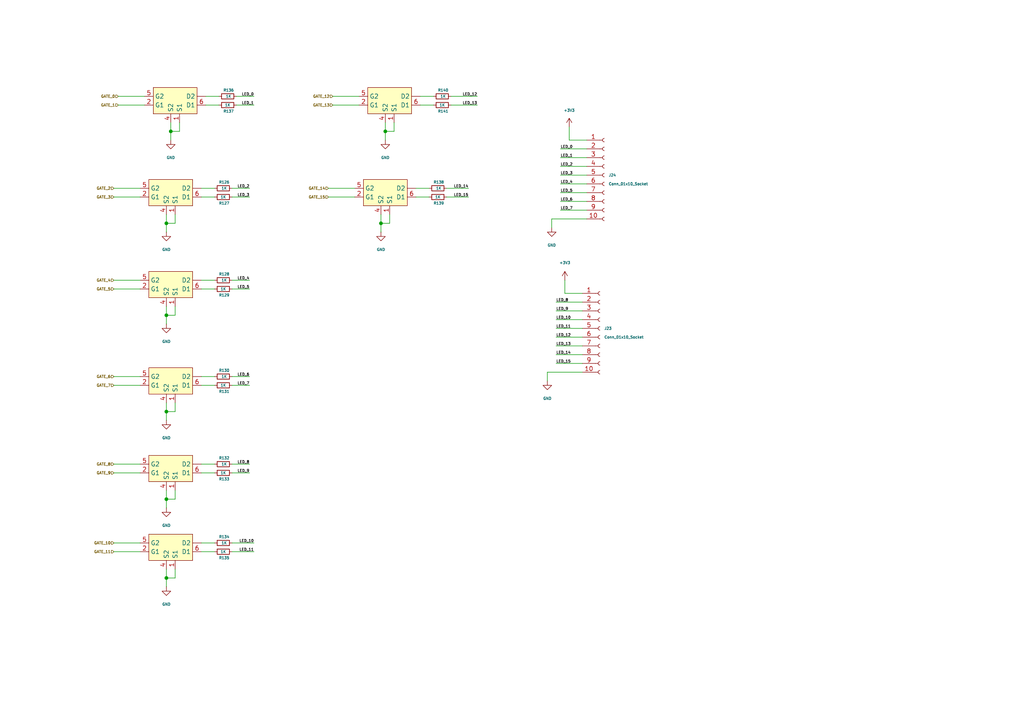
<source format=kicad_sch>
(kicad_sch (version 20250114) (generator "eeschema") (generator_version "9.0")
  (paper "A4")
  (lib_symbols
    (symbol "Connector:Conn_01x10_Socket" (pin_names (offset 1.016) (hide yes))
      (property "Reference" "J" (at 0 12.7 0))
      (property "Value" "Conn_01x10_Socket" (at 0 -15.24 0))
      (symbol "Conn_01x10_Socket_1_1"
        (polyline (pts (xy -1.27 10.16) (xy -0.508 10.16)) (stroke (width 0.1524)))
        (polyline (pts (xy -1.27 7.62) (xy -0.508 7.62)) (stroke (width 0.1524)))
        (polyline (pts (xy -1.27 5.08) (xy -0.508 5.08)) (stroke (width 0.1524)))
        (polyline (pts (xy -1.27 2.54) (xy -0.508 2.54)) (stroke (width 0.1524)))
        (polyline (pts (xy -1.27 0) (xy -0.508 0)) (stroke (width 0.1524)))
        (polyline (pts (xy -1.27 -2.54) (xy -0.508 -2.54)) (stroke (width 0.1524)))
        (polyline (pts (xy -1.27 -5.08) (xy -0.508 -5.08)) (stroke (width 0.1524)))
        (polyline (pts (xy -1.27 -7.62) (xy -0.508 -7.62)) (stroke (width 0.1524)))
        (polyline (pts (xy -1.27 -10.16) (xy -0.508 -10.16)) (stroke (width 0.1524)))
        (polyline (pts (xy -1.27 -12.7) (xy -0.508 -12.7)) (stroke (width 0.1524)))
        (arc (start 0 9.652) (mid -0.5058 10.16) (end 0 10.668) (stroke (width 0.1524)))
        (arc (start 0 7.112) (mid -0.5058 7.62) (end 0 8.128) (stroke (width 0.1524)))
        (arc (start 0 4.572) (mid -0.5058 5.08) (end 0 5.588) (stroke (width 0.1524)))
        (arc (start 0 2.032) (mid -0.5058 2.54) (end 0 3.048) (stroke (width 0.1524)))
        (arc (start 0 -0.508) (mid -0.5058 0) (end 0 0.508) (stroke (width 0.1524)))
        (arc (start 0 -3.048) (mid -0.5058 -2.54) (end 0 -2.032) (stroke (width 0.1524)))
        (arc (start 0 -5.588) (mid -0.5058 -5.08) (end 0 -4.572) (stroke (width 0.1524)))
        (arc (start 0 -8.128) (mid -0.5058 -7.62) (end 0 -7.112) (stroke (width 0.1524)))
        (arc (start 0 -10.668) (mid -0.5058 -10.16) (end 0 -9.652) (stroke (width 0.1524)))
        (arc (start 0 -13.208) (mid -0.5058 -12.7) (end 0 -12.192) (stroke (width 0.1524)))
        (pin passive line (at -5.08 10.16 0) (length 3.81) (name "Pin_1") (number "1"))
        (pin passive line (at -5.08 7.62 0) (length 3.81) (name "Pin_2") (number "2"))
        (pin passive line (at -5.08 5.08 0) (length 3.81) (name "Pin_3") (number "3"))
        (pin passive line (at -5.08 2.54 0) (length 3.81) (name "Pin_4") (number "4"))
        (pin passive line (at -5.08 0 0) (length 3.81) (name "Pin_5") (number "5"))
        (pin passive line (at -5.08 -2.54 0) (length 3.81) (name "Pin_6") (number "6"))
        (pin passive line (at -5.08 -5.08 0) (length 3.81) (name "Pin_7") (number "7"))
        (pin passive line (at -5.08 -7.62 0) (length 3.81) (name "Pin_8") (number "8"))
        (pin passive line (at -5.08 -10.16 0) (length 3.81) (name "Pin_9") (number "9"))
        (pin passive line (at -5.08 -12.7 0) (length 3.81) (name "Pin_10") (number "10"))
      )
    )
    (symbol "Device:R_Small" (pin_numbers (hide yes)) (pin_names (offset 0.254) (hide yes))
      (property "Reference" "R" (at 0 0 90))
      (property "Value" "R_Small" (at 1.778 0 90))
      (symbol "R_Small_0_1"
        (rectangle (start -0.762 1.778) (end 0.762 -1.778) (stroke (width 0.2032)))
      )
      (symbol "R_Small_1_1"
        (pin passive line (at 0 2.54 270) (length 0.762) (name "~") (number "1"))
        (pin passive line (at 0 -2.54 90) (length 0.762) (name "~") (number "2"))
      )
    )
    (symbol "Project_Symbols:mosfet_SSM6N7002KFU"
      (symbol "mosfet_SSM6N7002KFU_1_1"
        (rectangle (start -10.16 6.35) (end 2.54 -1.27) (fill (type background)))
        (pin input line (at -12.7 3.81 0) (length 2.54) (name "G2") (number "5"))
        (pin input line (at -12.7 1.27 0) (length 2.54) (name "G1") (number "2"))
        (pin passive line (at -5.08 -3.81 90) (length 2.54) (name "S2") (number "4"))
        (pin passive line (at -2.54 -3.81 90) (length 2.54) (name "S1") (number "1"))
        (pin passive line (at 5.08 3.81 180) (length 2.54) (name "D2") (number ""))
        (pin passive line (at 5.08 1.27 180) (length 2.54) (name "D1") (number "6"))
      )
    )
    (symbol "power:+3.3V" (power) (pin_numbers (hide yes)) (pin_names (offset 0) (hide yes))
      (property "Value" "+3.3V" (at 0 3.556 0))
      (symbol "+3.3V_0_1"
        (polyline (pts (xy -0.762 1.27) (xy 0 2.54)))
        (polyline (pts (xy 0 2.54) (xy 0.762 1.27)))
        (polyline (pts (xy 0 0) (xy 0 2.54)))
      )
      (symbol "+3.3V_1_1"
        (pin power_in line (at 0 0 90) (length 0) (name "~") (number "1"))
      )
    )
    (symbol "power:GND" (power) (pin_numbers (hide yes)) (pin_names (offset 0) (hide yes))
      (property "Value" "GND" (at 0 -3.81 0))
      (symbol "GND_0_1"
        (polyline (pts (xy 0 0) (xy 0 -1.27) (xy 1.27 -1.27) (xy 0 -2.54) (xy -1.27 -1.27) (xy 0 -1.27)))
      )
      (symbol "GND_1_1"
        (pin power_in line (at 0 0 270) (length 0) (name "~") (number "1"))
      )
    )
  )
  (junction (at 110.49 64.77))
  (junction (at 48.26 167.64))
  (junction (at 48.26 64.77))
  (junction (at 49.53 38.1))
  (junction (at 48.26 119.38))
  (junction (at 111.76 38.1))
  (junction (at 48.26 144.78))
  (junction (at 48.26 91.44))
  (wire (pts (xy 33.02 57.15) (xy 40.64 57.15)))
  (wire (pts (xy 58.42 160.02) (xy 62.23 160.02)))
  (wire (pts (xy 168.91 85.09) (xy 163.83 85.09)))
  (wire (pts (xy 33.02 134.62) (xy 40.64 134.62)))
  (wire (pts (xy 96.52 30.48) (xy 104.14 30.48)))
  (wire (pts (xy 58.42 57.15) (xy 62.23 57.15)))
  (wire (pts (xy 48.26 91.44) (xy 48.26 93.98)))
  (wire (pts (xy 50.8 64.77) (xy 48.26 64.77)))
  (wire (pts (xy 34.29 30.48) (xy 41.91 30.48)))
  (wire (pts (xy 67.31 57.15) (xy 72.39 57.15)))
  (wire (pts (xy 49.53 38.1) (xy 49.53 40.64)))
  (wire (pts (xy 114.3 35.56) (xy 114.3 38.1)))
  (wire (pts (xy 161.29 95.25) (xy 168.91 95.25)))
  (wire (pts (xy 96.52 27.94) (xy 104.14 27.94)))
  (wire (pts (xy 130.81 30.48) (xy 138.43 30.48)))
  (wire (pts (xy 58.42 134.62) (xy 62.23 134.62)))
  (wire (pts (xy 95.25 57.15) (xy 102.87 57.15)))
  (wire (pts (xy 95.25 54.61) (xy 102.87 54.61)))
  (wire (pts (xy 67.31 157.48) (xy 73.66 157.48)))
  (wire (pts (xy 50.8 165.1) (xy 50.8 167.64)))
  (wire (pts (xy 163.83 81.28) (xy 163.83 85.09)))
  (wire (pts (xy 161.29 102.87) (xy 168.91 102.87)))
  (wire (pts (xy 67.31 160.02) (xy 73.66 160.02)))
  (wire (pts (xy 111.76 38.1) (xy 111.76 40.64)))
  (wire (pts (xy 49.53 35.56) (xy 49.53 38.1)))
  (wire (pts (xy 113.03 62.23) (xy 113.03 64.77)))
  (wire (pts (xy 67.31 109.22) (xy 72.39 109.22)))
  (wire (pts (xy 67.31 111.76) (xy 72.39 111.76)))
  (wire (pts (xy 162.56 53.34) (xy 170.18 53.34)))
  (wire (pts (xy 162.56 60.96) (xy 170.18 60.96)))
  (wire (pts (xy 50.8 167.64) (xy 48.26 167.64)))
  (wire (pts (xy 110.49 62.23) (xy 110.49 64.77)))
  (wire (pts (xy 161.29 87.63) (xy 168.91 87.63)))
  (wire (pts (xy 33.02 111.76) (xy 40.64 111.76)))
  (wire (pts (xy 160.02 63.5) (xy 170.18 63.5)))
  (wire (pts (xy 162.56 48.26) (xy 170.18 48.26)))
  (wire (pts (xy 161.29 105.41) (xy 168.91 105.41)))
  (wire (pts (xy 48.26 144.78) (xy 48.26 147.32)))
  (wire (pts (xy 162.56 58.42) (xy 170.18 58.42)))
  (wire (pts (xy 33.02 83.82) (xy 40.64 83.82)))
  (wire (pts (xy 59.69 27.94) (xy 63.5 27.94)))
  (wire (pts (xy 52.07 38.1) (xy 49.53 38.1)))
  (wire (pts (xy 130.81 27.94) (xy 138.43 27.94)))
  (wire (pts (xy 161.29 97.79) (xy 168.91 97.79)))
  (wire (pts (xy 162.56 50.8) (xy 170.18 50.8)))
  (wire (pts (xy 50.8 119.38) (xy 48.26 119.38)))
  (wire (pts (xy 48.26 62.23) (xy 48.26 64.77)))
  (wire (pts (xy 67.31 137.16) (xy 72.39 137.16)))
  (wire (pts (xy 50.8 142.24) (xy 50.8 144.78)))
  (wire (pts (xy 58.42 109.22) (xy 62.23 109.22)))
  (wire (pts (xy 67.31 83.82) (xy 72.39 83.82)))
  (wire (pts (xy 58.42 54.61) (xy 62.23 54.61)))
  (wire (pts (xy 111.76 35.56) (xy 111.76 38.1)))
  (wire (pts (xy 162.56 43.18) (xy 170.18 43.18)))
  (wire (pts (xy 121.92 27.94) (xy 125.73 27.94)))
  (wire (pts (xy 161.29 90.17) (xy 168.91 90.17)))
  (wire (pts (xy 50.8 88.9) (xy 50.8 91.44)))
  (wire (pts (xy 33.02 81.28) (xy 40.64 81.28)))
  (wire (pts (xy 48.26 116.84) (xy 48.26 119.38)))
  (wire (pts (xy 58.42 83.82) (xy 62.23 83.82)))
  (wire (pts (xy 59.69 30.48) (xy 63.5 30.48)))
  (wire (pts (xy 34.29 27.94) (xy 41.91 27.94)))
  (wire (pts (xy 50.8 91.44) (xy 48.26 91.44)))
  (wire (pts (xy 68.58 30.48) (xy 73.66 30.48)))
  (wire (pts (xy 58.42 157.48) (xy 62.23 157.48)))
  (wire (pts (xy 50.8 144.78) (xy 48.26 144.78)))
  (wire (pts (xy 114.3 38.1) (xy 111.76 38.1)))
  (wire (pts (xy 67.31 81.28) (xy 72.39 81.28)))
  (wire (pts (xy 33.02 160.02) (xy 40.64 160.02)))
  (wire (pts (xy 33.02 157.48) (xy 40.64 157.48)))
  (wire (pts (xy 50.8 62.23) (xy 50.8 64.77)))
  (wire (pts (xy 162.56 45.72) (xy 170.18 45.72)))
  (wire (pts (xy 33.02 137.16) (xy 40.64 137.16)))
  (wire (pts (xy 48.26 167.64) (xy 48.26 170.18)))
  (wire (pts (xy 67.31 134.62) (xy 72.39 134.62)))
  (wire (pts (xy 48.26 88.9) (xy 48.26 91.44)))
  (wire (pts (xy 129.54 54.61) (xy 135.89 54.61)))
  (wire (pts (xy 121.92 30.48) (xy 125.73 30.48)))
  (wire (pts (xy 120.65 54.61) (xy 124.46 54.61)))
  (wire (pts (xy 33.02 109.22) (xy 40.64 109.22)))
  (wire (pts (xy 120.65 57.15) (xy 124.46 57.15)))
  (wire (pts (xy 58.42 111.76) (xy 62.23 111.76)))
  (wire (pts (xy 67.31 54.61) (xy 72.39 54.61)))
  (wire (pts (xy 161.29 92.71) (xy 168.91 92.71)))
  (wire (pts (xy 68.58 27.94) (xy 73.66 27.94)))
  (wire (pts (xy 33.02 54.61) (xy 40.64 54.61)))
  (wire (pts (xy 162.56 55.88) (xy 170.18 55.88)))
  (wire (pts (xy 158.75 107.95) (xy 168.91 107.95)))
  (wire (pts (xy 50.8 116.84) (xy 50.8 119.38)))
  (wire (pts (xy 158.75 107.95) (xy 158.75 110.49)))
  (wire (pts (xy 48.26 142.24) (xy 48.26 144.78)))
  (wire (pts (xy 165.1 36.83) (xy 165.1 40.64)))
  (wire (pts (xy 48.26 119.38) (xy 48.26 121.92)))
  (wire (pts (xy 48.26 165.1) (xy 48.26 167.64)))
  (wire (pts (xy 129.54 57.15) (xy 135.89 57.15)))
  (wire (pts (xy 113.03 64.77) (xy 110.49 64.77)))
  (wire (pts (xy 48.26 64.77) (xy 48.26 67.31)))
  (wire (pts (xy 52.07 35.56) (xy 52.07 38.1)))
  (wire (pts (xy 161.29 100.33) (xy 168.91 100.33)))
  (wire (pts (xy 160.02 63.5) (xy 160.02 66.04)))
  (wire (pts (xy 58.42 137.16) (xy 62.23 137.16)))
  (wire (pts (xy 58.42 81.28) (xy 62.23 81.28)))
  (wire (pts (xy 170.18 40.64) (xy 165.1 40.64)))
  (wire (pts (xy 110.49 64.77) (xy 110.49 67.31)))
  (label "LED_9" (at 72.39 137.16 180) (effects (font (size 0.762 0.762))))
  (label "LED_10" (at 161.29 92.71 0) (effects (font (size 0.762 0.762))))
  (label "LED_1" (at 73.66 30.48 180) (effects (font (size 0.762 0.762))))
  (label "LED_12" (at 161.29 97.79 0) (effects (font (size 0.762 0.762))))
  (label "LED_6" (at 72.39 109.22 180) (effects (font (size 0.762 0.762))))
  (label "LED_4" (at 72.39 81.28 180) (effects (font (size 0.762 0.762))))
  (label "LED_12" (at 138.43 27.94 180) (effects (font (size 0.762 0.762))))
  (label "LED_3" (at 162.56 50.8 0) (effects (font (size 0.762 0.762))))
  (label "LED_13" (at 161.29 100.33 0) (effects (font (size 0.762 0.762))))
  (label "LED_0" (at 162.56 43.18 0) (effects (font (size 0.762 0.762))))
  (label "LED_3" (at 72.39 57.15 180) (effects (font (size 0.762 0.762))))
  (label "LED_8" (at 72.39 134.62 180) (effects (font (size 0.762 0.762))))
  (label "LED_8" (at 161.29 87.63 0) (effects (font (size 0.762 0.762))))
  (label "LED_14" (at 135.89 54.61 180) (effects (font (size 0.762 0.762))))
  (label "LED_0" (at 73.66 27.94 180) (effects (font (size 0.762 0.762))))
  (label "LED_7" (at 162.56 60.96 0) (effects (font (size 0.762 0.762))))
  (label "LED_5" (at 72.39 83.82 180) (effects (font (size 0.762 0.762))))
  (label "LED_15" (at 135.89 57.15 180) (effects (font (size 0.762 0.762))))
  (label "LED_15" (at 161.29 105.41 0) (effects (font (size 0.762 0.762))))
  (label "LED_13" (at 138.43 30.48 180) (effects (font (size 0.762 0.762))))
  (label "LED_11" (at 161.29 95.25 0) (effects (font (size 0.762 0.762))))
  (label "LED_1" (at 162.56 45.72 0) (effects (font (size 0.762 0.762))))
  (label "LED_2" (at 72.39 54.61 180) (effects (font (size 0.762 0.762))))
  (label "LED_10" (at 73.66 157.48 180) (effects (font (size 0.762 0.762))))
  (label "LED_6" (at 162.56 58.42 0) (effects (font (size 0.762 0.762))))
  (label "LED_11" (at 73.66 160.02 180) (effects (font (size 0.762 0.762))))
  (label "LED_4" (at 162.56 53.34 0) (effects (font (size 0.762 0.762))))
  (label "LED_9" (at 161.29 90.17 0) (effects (font (size 0.762 0.762))))
  (label "LED_5" (at 162.56 55.88 0) (effects (font (size 0.762 0.762))))
  (label "LED_14" (at 161.29 102.87 0) (effects (font (size 0.762 0.762))))
  (label "LED_2" (at 162.56 48.26 0) (effects (font (size 0.762 0.762))))
  (label "LED_7" (at 72.39 111.76 180) (effects (font (size 0.762 0.762))))
  (hierarchical_label "GATE_7" (shape input) (at 33.02 111.76 180) (effects (font (size 0.762 0.762))))
  (hierarchical_label "GATE_14" (shape input) (at 95.25 54.61 180) (effects (font (size 0.762 0.762))))
  (hierarchical_label "GATE_8" (shape input) (at 33.02 134.62 180) (effects (font (size 0.762 0.762))))
  (hierarchical_label "GATE_1" (shape input) (at 34.29 30.48 180) (effects (font (size 0.762 0.762))))
  (hierarchical_label "GATE_10" (shape input) (at 33.02 157.48 180) (effects (font (size 0.762 0.762))))
  (hierarchical_label "GATE_0" (shape input) (at 34.29 27.94 180) (effects (font (size 0.762 0.762))))
  (hierarchical_label "GATE_5" (shape input) (at 33.02 83.82 180) (effects (font (size 0.762 0.762))))
  (hierarchical_label "GATE_3" (shape input) (at 33.02 57.15 180) (effects (font (size 0.762 0.762))))
  (hierarchical_label "GATE_13" (shape input) (at 96.52 30.48 180) (effects (font (size 0.762 0.762))))
  (hierarchical_label "GATE_6" (shape input) (at 33.02 109.22 180) (effects (font (size 0.762 0.762))))
  (hierarchical_label "GATE_4" (shape input) (at 33.02 81.28 180) (effects (font (size 0.762 0.762))))
  (hierarchical_label "GATE_12" (shape input) (at 96.52 27.94 180) (effects (font (size 0.762 0.762))))
  (hierarchical_label "GATE_15" (shape input) (at 95.25 57.15 180) (effects (font (size 0.762 0.762))))
  (hierarchical_label "GATE_2" (shape input) (at 33.02 54.61 180) (effects (font (size 0.762 0.762))))
  (hierarchical_label "GATE_9" (shape input) (at 33.02 137.16 180) (effects (font (size 0.762 0.762))))
  (hierarchical_label "GATE_11" (shape input) (at 33.02 160.02 180) (effects (font (size 0.762 0.762))))
  (symbol (lib_id "power:GND") (at 160.02 66.04 0) (unit 1)
    (property "Reference" "#PWR0134" (effects (hide yes)))
    (property "Value" "GND" (at 160.02 71.12 0) (effects (font (size 0.762 0.762))))
    (property "Description" "Power symbol creates a global label with name \"GND\" , ground" (effects (hide yes)))
  )
  (symbol (lib_id "Project_Symbols:mosfet_SSM6N7002KFU") (at 53.34 58.42 0) (unit 1)
    (property "Reference" "U17" (effects (hide yes)))
    (property "Value" "SSM6N7002KFU" (effects (hide yes)))
    (property "Footprint" "project_footprints:MOSFET SSM6N7002KFU" (effects (hide yes)))
    (property "Datasheet" "https://toshiba.semicon-storage.com/info/SSM6N7002KFU_datasheet_en_20240926.pdf?did=30374&prodName=SSM6N7002KFU" (effects (hide yes)))
  )
  (symbol (lib_id "Device:R_Small") (at 128.27 30.48 90) (unit 1)
    (property "Reference" "R141" (at 128.524 32.258 90) (effects (font (size 0.762 0.762))))
    (property "Value" "1K" (at 128.27 30.48 90) (effects (font (size 0.762 0.762))))
    (property "Footprint" "Resistor_SMD:R_0603_1608Metric" (effects (hide yes)))
    (property "Description" "Resistor, small symbol" (effects (hide yes)))
  )
  (symbol (lib_id "Project_Symbols:mosfet_SSM6N7002KFU") (at 53.34 85.09 0) (unit 1)
    (property "Reference" "U18" (effects (hide yes)))
    (property "Value" "SSM6N7002KFU" (effects (hide yes)))
    (property "Footprint" "project_footprints:MOSFET SSM6N7002KFU" (effects (hide yes)))
    (property "Datasheet" "https://toshiba.semicon-storage.com/info/SSM6N7002KFU_datasheet_en_20240926.pdf?did=30374&prodName=SSM6N7002KFU" (effects (hide yes)))
  )
  (symbol (lib_id "Device:R_Small") (at 127 57.15 90) (unit 1)
    (property "Reference" "R139" (at 127.254 58.928 90) (effects (font (size 0.762 0.762))))
    (property "Value" "1K" (at 127 57.15 90) (effects (font (size 0.762 0.762))))
    (property "Footprint" "Resistor_SMD:R_0603_1608Metric" (effects (hide yes)))
    (property "Description" "Resistor, small symbol" (effects (hide yes)))
  )
  (symbol (lib_id "power:GND") (at 48.26 147.32 0) (unit 1)
    (property "Reference" "#PWR0128" (effects (hide yes)))
    (property "Value" "GND" (at 48.26 152.4 0) (effects (font (size 0.762 0.762))))
    (property "Description" "Power symbol creates a global label with name \"GND\" , ground" (effects (hide yes)))
  )
  (symbol (lib_id "Project_Symbols:mosfet_SSM6N7002KFU") (at 116.84 31.75 0) (unit 1)
    (property "Reference" "U24" (effects (hide yes)))
    (property "Value" "SSM6N7002KFU" (effects (hide yes)))
    (property "Footprint" "project_footprints:MOSFET SSM6N7002KFU" (effects (hide yes)))
    (property "Datasheet" "https://toshiba.semicon-storage.com/info/SSM6N7002KFU_datasheet_en_20240926.pdf?did=30374&prodName=SSM6N7002KFU" (effects (hide yes)))
  )
  (symbol (lib_id "Device:R_Small") (at 64.77 81.28 90) (unit 1)
    (property "Reference" "R128" (at 65.024 79.502 90) (effects (font (size 0.762 0.762))))
    (property "Value" "1K" (at 65.024 81.28 90) (effects (font (size 0.762 0.762))))
    (property "Footprint" "Resistor_SMD:R_0603_1608Metric" (effects (hide yes)))
    (property "Description" "Resistor, small symbol" (effects (hide yes)))
  )
  (symbol (lib_id "Project_Symbols:mosfet_SSM6N7002KFU") (at 54.61 31.75 0) (unit 1)
    (property "Reference" "U22" (effects (hide yes)))
    (property "Value" "SSM6N7002KFU" (effects (hide yes)))
    (property "Footprint" "project_footprints:MOSFET SSM6N7002KFU" (effects (hide yes)))
    (property "Datasheet" "https://toshiba.semicon-storage.com/info/SSM6N7002KFU_datasheet_en_20240926.pdf?did=30374&prodName=SSM6N7002KFU" (effects (hide yes)))
  )
  (symbol (lib_id "power:GND") (at 111.76 40.64 0) (unit 1)
    (property "Reference" "#PWR0132" (effects (hide yes)))
    (property "Value" "GND" (at 111.76 45.72 0) (effects (font (size 0.762 0.762))))
    (property "Description" "Power symbol creates a global label with name \"GND\" , ground" (effects (hide yes)))
  )
  (symbol (lib_id "Device:R_Small") (at 64.77 83.82 90) (unit 1)
    (property "Reference" "R129" (at 65.024 85.598 90) (effects (font (size 0.762 0.762))))
    (property "Value" "1K" (at 64.77 83.82 90) (effects (font (size 0.762 0.762))))
    (property "Footprint" "Resistor_SMD:R_0603_1608Metric" (effects (hide yes)))
    (property "Description" "Resistor, small symbol" (effects (hide yes)))
  )
  (symbol (lib_id "Project_Symbols:mosfet_SSM6N7002KFU") (at 53.34 113.03 0) (unit 1)
    (property "Reference" "U19" (effects (hide yes)))
    (property "Value" "SSM6N7002KFU" (effects (hide yes)))
    (property "Footprint" "project_footprints:MOSFET SSM6N7002KFU" (effects (hide yes)))
    (property "Datasheet" "https://toshiba.semicon-storage.com/info/SSM6N7002KFU_datasheet_en_20240926.pdf?did=30374&prodName=SSM6N7002KFU" (effects (hide yes)))
  )
  (symbol (lib_id "power:+3.3V") (at 165.1 36.83 0) (unit 1)
    (property "Reference" "#PWR0136" (effects (hide yes)))
    (property "Value" "+3V3" (at 165.1 32.004 0) (effects (font (size 0.762 0.762))))
    (property "Description" "Power symbol creates a global label with name \"+3.3V\"" (effects (hide yes)))
  )
  (symbol (lib_id "Device:R_Small") (at 64.77 111.76 90) (unit 1)
    (property "Reference" "R131" (at 65.024 113.538 90) (effects (font (size 0.762 0.762))))
    (property "Value" "1K" (at 64.77 111.76 90) (effects (font (size 0.762 0.762))))
    (property "Footprint" "Resistor_SMD:R_0603_1608Metric" (effects (hide yes)))
    (property "Description" "Resistor, small symbol" (effects (hide yes)))
  )
  (symbol (lib_id "Project_Symbols:mosfet_SSM6N7002KFU") (at 115.57 58.42 0) (unit 1)
    (property "Reference" "U23" (effects (hide yes)))
    (property "Value" "SSM6N7002KFU" (effects (hide yes)))
    (property "Footprint" "project_footprints:MOSFET SSM6N7002KFU" (effects (hide yes)))
    (property "Datasheet" "https://toshiba.semicon-storage.com/info/SSM6N7002KFU_datasheet_en_20240926.pdf?did=30374&prodName=SSM6N7002KFU" (effects (hide yes)))
  )
  (symbol (lib_id "Connector:Conn_01x10_Socket") (at 173.99 95.25 0) (unit 1)
    (property "Reference" "J23" (at 175.26 95.2499 0) (effects (font (size 0.762 0.762)) (justify left)))
    (property "Value" "Conn_01x10_Socket" (at 175.26 97.7899 0) (effects (font (size 0.762 0.762)) (justify left)))
    (property "Footprint" "project_footprints:CONN HEADER VERT 10POS 2MM" (effects (hide yes)))
    (property "Description" "Generic connector, single row, 01x10, script generated" (effects (hide yes)))
  )
  (symbol (lib_id "Device:R_Small") (at 64.77 57.15 90) (unit 1)
    (property "Reference" "R127" (at 65.024 58.928 90) (effects (font (size 0.762 0.762))))
    (property "Value" "1K" (at 64.77 57.15 90) (effects (font (size 0.762 0.762))))
    (property "Footprint" "Resistor_SMD:R_0603_1608Metric" (effects (hide yes)))
    (property "Description" "Resistor, small symbol" (effects (hide yes)))
  )
  (symbol (lib_id "Device:R_Small") (at 64.77 134.62 90) (unit 1)
    (property "Reference" "R132" (at 65.024 132.842 90) (effects (font (size 0.762 0.762))))
    (property "Value" "1K" (at 65.024 134.62 90) (effects (font (size 0.762 0.762))))
    (property "Footprint" "Resistor_SMD:R_0603_1608Metric" (effects (hide yes)))
    (property "Description" "Resistor, small symbol" (effects (hide yes)))
  )
  (symbol (lib_id "Connector:Conn_01x10_Socket") (at 175.26 50.8 0) (unit 1)
    (property "Reference" "J24" (at 176.53 50.7999 0) (effects (font (size 0.762 0.762)) (justify left)))
    (property "Value" "Conn_01x10_Socket" (at 176.53 53.3399 0) (effects (font (size 0.762 0.762)) (justify left)))
    (property "Footprint" "project_footprints:CONN HEADER VERT 10POS 2MM" (effects (hide yes)))
    (property "Description" "Generic connector, single row, 01x10, script generated" (effects (hide yes)))
  )
  (symbol (lib_id "Device:R_Small") (at 64.77 109.22 90) (unit 1)
    (property "Reference" "R130" (at 65.024 107.442 90) (effects (font (size 0.762 0.762))))
    (property "Value" "1K" (at 65.024 109.22 90) (effects (font (size 0.762 0.762))))
    (property "Footprint" "Resistor_SMD:R_0603_1608Metric" (effects (hide yes)))
    (property "Description" "Resistor, small symbol" (effects (hide yes)))
  )
  (symbol (lib_id "power:GND") (at 48.26 121.92 0) (unit 1)
    (property "Reference" "#PWR0127" (effects (hide yes)))
    (property "Value" "GND" (at 48.26 127 0) (effects (font (size 0.762 0.762))))
    (property "Description" "Power symbol creates a global label with name \"GND\" , ground" (effects (hide yes)))
  )
  (symbol (lib_id "Device:R_Small") (at 66.04 27.94 90) (unit 1)
    (property "Reference" "R136" (at 66.294 26.162 90) (effects (font (size 0.762 0.762))))
    (property "Value" "1K" (at 66.294 27.94 90) (effects (font (size 0.762 0.762))))
    (property "Footprint" "Resistor_SMD:R_0603_1608Metric" (effects (hide yes)))
    (property "Description" "Resistor, small symbol" (effects (hide yes)))
  )
  (symbol (lib_id "power:GND") (at 49.53 40.64 0) (unit 1)
    (property "Reference" "#PWR0130" (effects (hide yes)))
    (property "Value" "GND" (at 49.53 45.72 0) (effects (font (size 0.762 0.762))))
    (property "Description" "Power symbol creates a global label with name \"GND\" , ground" (effects (hide yes)))
  )
  (symbol (lib_id "power:GND") (at 110.49 67.31 0) (unit 1)
    (property "Reference" "#PWR0131" (effects (hide yes)))
    (property "Value" "GND" (at 110.49 72.39 0) (effects (font (size 0.762 0.762))))
    (property "Description" "Power symbol creates a global label with name \"GND\" , ground" (effects (hide yes)))
  )
  (symbol (lib_id "Device:R_Small") (at 66.04 30.48 90) (unit 1)
    (property "Reference" "R137" (at 66.294 32.258 90) (effects (font (size 0.762 0.762))))
    (property "Value" "1K" (at 66.04 30.48 90) (effects (font (size 0.762 0.762))))
    (property "Footprint" "Resistor_SMD:R_0603_1608Metric" (effects (hide yes)))
    (property "Description" "Resistor, small symbol" (effects (hide yes)))
  )
  (symbol (lib_id "power:GND") (at 158.75 110.49 0) (unit 1)
    (property "Reference" "#PWR0133" (effects (hide yes)))
    (property "Value" "GND" (at 158.75 115.57 0) (effects (font (size 0.762 0.762))))
    (property "Description" "Power symbol creates a global label with name \"GND\" , ground" (effects (hide yes)))
  )
  (symbol (lib_id "Device:R_Small") (at 64.77 54.61 90) (unit 1)
    (property "Reference" "R126" (at 65.024 52.832 90) (effects (font (size 0.762 0.762))))
    (property "Value" "1K" (at 65.024 54.61 90) (effects (font (size 0.762 0.762))))
    (property "Footprint" "Resistor_SMD:R_0603_1608Metric" (effects (hide yes)))
    (property "Description" "Resistor, small symbol" (effects (hide yes)))
  )
  (symbol (lib_id "Project_Symbols:mosfet_SSM6N7002KFU") (at 53.34 138.43 0) (unit 1)
    (property "Reference" "U20" (effects (hide yes)))
    (property "Value" "SSM6N7002KFU" (effects (hide yes)))
    (property "Footprint" "project_footprints:MOSFET SSM6N7002KFU" (effects (hide yes)))
    (property "Datasheet" "https://toshiba.semicon-storage.com/info/SSM6N7002KFU_datasheet_en_20240926.pdf?did=30374&prodName=SSM6N7002KFU" (effects (hide yes)))
  )
  (symbol (lib_id "power:GND") (at 48.26 67.31 0) (unit 1)
    (property "Reference" "#PWR0125" (effects (hide yes)))
    (property "Value" "GND" (at 48.26 72.39 0) (effects (font (size 0.762 0.762))))
    (property "Description" "Power symbol creates a global label with name \"GND\" , ground" (effects (hide yes)))
  )
  (symbol (lib_id "Device:R_Small") (at 64.77 137.16 90) (unit 1)
    (property "Reference" "R133" (at 65.024 138.938 90) (effects (font (size 0.762 0.762))))
    (property "Value" "1K" (at 64.77 137.16 90) (effects (font (size 0.762 0.762))))
    (property "Footprint" "Resistor_SMD:R_0603_1608Metric" (effects (hide yes)))
    (property "Description" "Resistor, small symbol" (effects (hide yes)))
  )
  (symbol (lib_id "power:GND") (at 48.26 93.98 0) (unit 1)
    (property "Reference" "#PWR0126" (effects (hide yes)))
    (property "Value" "GND" (at 48.26 99.06 0) (effects (font (size 0.762 0.762))))
    (property "Description" "Power symbol creates a global label with name \"GND\" , ground" (effects (hide yes)))
  )
  (symbol (lib_id "Device:R_Small") (at 128.27 27.94 90) (unit 1)
    (property "Reference" "R140" (at 128.524 26.162 90) (effects (font (size 0.762 0.762))))
    (property "Value" "1K" (at 128.524 27.94 90) (effects (font (size 0.762 0.762))))
    (property "Footprint" "Resistor_SMD:R_0603_1608Metric" (effects (hide yes)))
    (property "Description" "Resistor, small symbol" (effects (hide yes)))
  )
  (symbol (lib_id "power:+3.3V") (at 163.83 81.28 0) (unit 1)
    (property "Reference" "#PWR0135" (effects (hide yes)))
    (property "Value" "+3V3" (at 163.83 76.2 0) (effects (font (size 0.762 0.762))))
    (property "Description" "Power symbol creates a global label with name \"+3.3V\"" (effects (hide yes)))
  )
  (symbol (lib_id "Device:R_Small") (at 64.77 160.02 90) (unit 1)
    (property "Reference" "R135" (at 65.024 161.798 90) (effects (font (size 0.762 0.762))))
    (property "Value" "1K" (at 64.77 160.02 90) (effects (font (size 0.762 0.762))))
    (property "Footprint" "Resistor_SMD:R_0603_1608Metric" (effects (hide yes)))
    (property "Description" "Resistor, small symbol" (effects (hide yes)))
  )
  (symbol (lib_id "Device:R_Small") (at 127 54.61 90) (unit 1)
    (property "Reference" "R138" (at 127.254 52.832 90) (effects (font (size 0.762 0.762))))
    (property "Value" "1K" (at 127.254 54.61 90) (effects (font (size 0.762 0.762))))
    (property "Footprint" "Resistor_SMD:R_0603_1608Metric" (effects (hide yes)))
    (property "Description" "Resistor, small symbol" (effects (hide yes)))
  )
  (symbol (lib_id "Project_Symbols:mosfet_SSM6N7002KFU") (at 53.34 161.29 0) (unit 1)
    (property "Reference" "U21" (effects (hide yes)))
    (property "Value" "SSM6N7002KFU" (effects (hide yes)))
    (property "Footprint" "project_footprints:MOSFET SSM6N7002KFU" (effects (hide yes)))
    (property "Datasheet" "https://toshiba.semicon-storage.com/info/SSM6N7002KFU_datasheet_en_20240926.pdf?did=30374&prodName=SSM6N7002KFU" (effects (hide yes)))
  )
  (symbol (lib_id "Device:R_Small") (at 64.77 157.48 90) (unit 1)
    (property "Reference" "R134" (at 65.024 155.702 90) (effects (font (size 0.762 0.762))))
    (property "Value" "1K" (at 65.024 157.48 90) (effects (font (size 0.762 0.762))))
    (property "Footprint" "Resistor_SMD:R_0603_1608Metric" (effects (hide yes)))
    (property "Description" "Resistor, small symbol" (effects (hide yes)))
  )
  (symbol (lib_id "power:GND") (at 48.26 170.18 0) (unit 1)
    (property "Reference" "#PWR0129" (effects (hide yes)))
    (property "Value" "GND" (at 48.26 175.26 0) (effects (font (size 0.762 0.762))))
    (property "Description" "Power symbol creates a global label with name \"GND\" , ground" (effects (hide yes)))
  )
)
</source>
